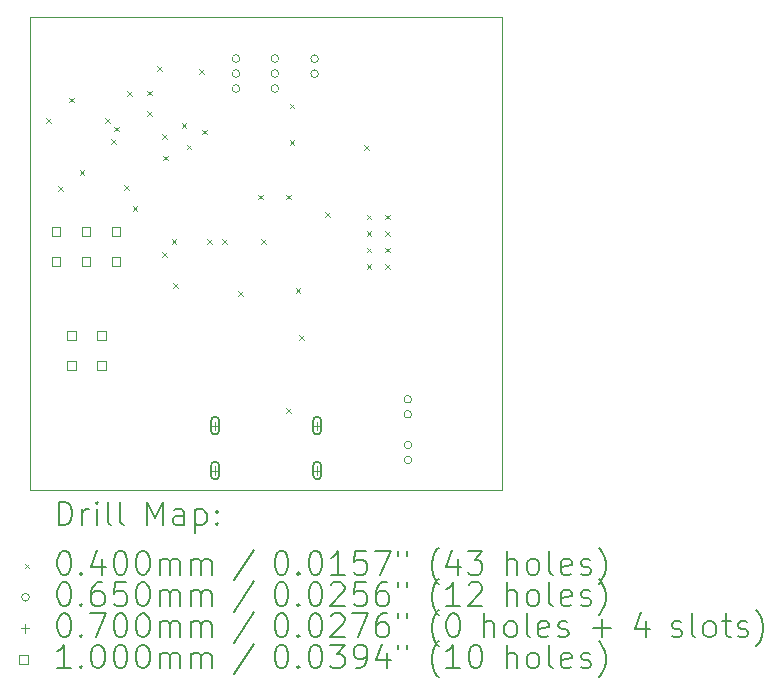
<source format=gbr>
%TF.GenerationSoftware,KiCad,Pcbnew,(7.0.0)*%
%TF.CreationDate,2024-02-01T10:08:02+02:00*%
%TF.ProjectId,FancyLight-V2,46616e63-794c-4696-9768-742d56322e6b,rev?*%
%TF.SameCoordinates,Original*%
%TF.FileFunction,Drillmap*%
%TF.FilePolarity,Positive*%
%FSLAX45Y45*%
G04 Gerber Fmt 4.5, Leading zero omitted, Abs format (unit mm)*
G04 Created by KiCad (PCBNEW (7.0.0)) date 2024-02-01 10:08:02*
%MOMM*%
%LPD*%
G01*
G04 APERTURE LIST*
%ADD10C,0.100000*%
%ADD11C,0.200000*%
%ADD12C,0.040000*%
%ADD13C,0.065000*%
%ADD14C,0.070000*%
G04 APERTURE END LIST*
D10*
X0Y0D02*
X4000000Y0D01*
X4000000Y0D02*
X4000000Y-4000000D01*
X4000000Y-4000000D02*
X0Y-4000000D01*
X0Y-4000000D02*
X0Y0D01*
D11*
D12*
X140000Y-850000D02*
X180000Y-890000D01*
X180000Y-850000D02*
X140000Y-890000D01*
X240000Y-1430000D02*
X280000Y-1470000D01*
X280000Y-1430000D02*
X240000Y-1470000D01*
X330000Y-680000D02*
X370000Y-720000D01*
X370000Y-680000D02*
X330000Y-720000D01*
X420000Y-1290000D02*
X460000Y-1330000D01*
X460000Y-1290000D02*
X420000Y-1330000D01*
X637500Y-852500D02*
X677500Y-892500D01*
X677500Y-852500D02*
X637500Y-892500D01*
X690000Y-1030000D02*
X730000Y-1070000D01*
X730000Y-1030000D02*
X690000Y-1070000D01*
X715000Y-925000D02*
X755000Y-965000D01*
X755000Y-925000D02*
X715000Y-965000D01*
X800000Y-1420000D02*
X840000Y-1460000D01*
X840000Y-1420000D02*
X800000Y-1460000D01*
X822500Y-622500D02*
X862500Y-662500D01*
X862500Y-622500D02*
X822500Y-662500D01*
X870000Y-1600000D02*
X910000Y-1640000D01*
X910000Y-1600000D02*
X870000Y-1640000D01*
X990000Y-620000D02*
X1030000Y-660000D01*
X1030000Y-620000D02*
X990000Y-660000D01*
X992500Y-792500D02*
X1032500Y-832500D01*
X1032500Y-792500D02*
X992500Y-832500D01*
X1080000Y-410000D02*
X1120000Y-450000D01*
X1120000Y-410000D02*
X1080000Y-450000D01*
X1120000Y-990000D02*
X1160000Y-1030000D01*
X1160000Y-990000D02*
X1120000Y-1030000D01*
X1120000Y-1990000D02*
X1160000Y-2030000D01*
X1160000Y-1990000D02*
X1120000Y-2030000D01*
X1130000Y-1170000D02*
X1170000Y-1210000D01*
X1170000Y-1170000D02*
X1130000Y-1210000D01*
X1200000Y-1880000D02*
X1240000Y-1920000D01*
X1240000Y-1880000D02*
X1200000Y-1920000D01*
X1210000Y-2250000D02*
X1250000Y-2290000D01*
X1250000Y-2250000D02*
X1210000Y-2290000D01*
X1285000Y-895000D02*
X1325000Y-935000D01*
X1325000Y-895000D02*
X1285000Y-935000D01*
X1326265Y-1076265D02*
X1366265Y-1116265D01*
X1366265Y-1076265D02*
X1326265Y-1116265D01*
X1430000Y-440000D02*
X1470000Y-480000D01*
X1470000Y-440000D02*
X1430000Y-480000D01*
X1460000Y-950000D02*
X1500000Y-990000D01*
X1500000Y-950000D02*
X1460000Y-990000D01*
X1500000Y-1880000D02*
X1540000Y-1920000D01*
X1540000Y-1880000D02*
X1500000Y-1920000D01*
X1630000Y-1880000D02*
X1670000Y-1920000D01*
X1670000Y-1880000D02*
X1630000Y-1920000D01*
X1760000Y-2320000D02*
X1800000Y-2360000D01*
X1800000Y-2320000D02*
X1760000Y-2360000D01*
X1930000Y-1500000D02*
X1970000Y-1540000D01*
X1970000Y-1500000D02*
X1930000Y-1540000D01*
X1960000Y-1880000D02*
X2000000Y-1920000D01*
X2000000Y-1880000D02*
X1960000Y-1920000D01*
X2170000Y-1500000D02*
X2210000Y-1540000D01*
X2210000Y-1500000D02*
X2170000Y-1540000D01*
X2170000Y-3310000D02*
X2210000Y-3350000D01*
X2210000Y-3310000D02*
X2170000Y-3350000D01*
X2200000Y-730000D02*
X2240000Y-770000D01*
X2240000Y-730000D02*
X2200000Y-770000D01*
X2200000Y-1040000D02*
X2240000Y-1080000D01*
X2240000Y-1040000D02*
X2200000Y-1080000D01*
X2250000Y-2290000D02*
X2290000Y-2330000D01*
X2290000Y-2290000D02*
X2250000Y-2330000D01*
X2280000Y-2690000D02*
X2320000Y-2730000D01*
X2320000Y-2690000D02*
X2280000Y-2730000D01*
X2500000Y-1650000D02*
X2540000Y-1690000D01*
X2540000Y-1650000D02*
X2500000Y-1690000D01*
X2830000Y-1080000D02*
X2870000Y-1120000D01*
X2870000Y-1080000D02*
X2830000Y-1120000D01*
X2850000Y-1670000D02*
X2890000Y-1710000D01*
X2890000Y-1670000D02*
X2850000Y-1710000D01*
X2850000Y-1810000D02*
X2890000Y-1850000D01*
X2890000Y-1810000D02*
X2850000Y-1850000D01*
X2850000Y-1950000D02*
X2890000Y-1990000D01*
X2890000Y-1950000D02*
X2850000Y-1990000D01*
X2850000Y-2090000D02*
X2890000Y-2130000D01*
X2890000Y-2090000D02*
X2850000Y-2130000D01*
X3010000Y-1670000D02*
X3050000Y-1710000D01*
X3050000Y-1670000D02*
X3010000Y-1710000D01*
X3010000Y-1810000D02*
X3050000Y-1850000D01*
X3050000Y-1810000D02*
X3010000Y-1850000D01*
X3010000Y-1950000D02*
X3050000Y-1990000D01*
X3050000Y-1950000D02*
X3010000Y-1990000D01*
X3010000Y-2090000D02*
X3050000Y-2130000D01*
X3050000Y-2090000D02*
X3010000Y-2130000D01*
D13*
X1777500Y-348000D02*
G75*
G03*
X1777500Y-348000I-32500J0D01*
G01*
X1777500Y-475000D02*
G75*
G03*
X1777500Y-475000I-32500J0D01*
G01*
X1777500Y-602000D02*
G75*
G03*
X1777500Y-602000I-32500J0D01*
G01*
X2107500Y-348000D02*
G75*
G03*
X2107500Y-348000I-32500J0D01*
G01*
X2107500Y-475000D02*
G75*
G03*
X2107500Y-475000I-32500J0D01*
G01*
X2107500Y-602000D02*
G75*
G03*
X2107500Y-602000I-32500J0D01*
G01*
X2442500Y-350000D02*
G75*
G03*
X2442500Y-350000I-32500J0D01*
G01*
X2442500Y-477000D02*
G75*
G03*
X2442500Y-477000I-32500J0D01*
G01*
X3232500Y-3233000D02*
G75*
G03*
X3232500Y-3233000I-32500J0D01*
G01*
X3232500Y-3360000D02*
G75*
G03*
X3232500Y-3360000I-32500J0D01*
G01*
X3232500Y-3620000D02*
G75*
G03*
X3232500Y-3620000I-32500J0D01*
G01*
X3232500Y-3747000D02*
G75*
G03*
X3232500Y-3747000I-32500J0D01*
G01*
D14*
X1568000Y-3421200D02*
X1568000Y-3491200D01*
X1533000Y-3456200D02*
X1603000Y-3456200D01*
D11*
X1533000Y-3416200D02*
X1533000Y-3496200D01*
X1533000Y-3496200D02*
G75*
G03*
X1603000Y-3496200I35000J0D01*
G01*
X1603000Y-3496200D02*
X1603000Y-3416200D01*
X1603000Y-3416200D02*
G75*
G03*
X1533000Y-3416200I-35000J0D01*
G01*
D14*
X1568000Y-3801300D02*
X1568000Y-3871300D01*
X1533000Y-3836300D02*
X1603000Y-3836300D01*
D11*
X1533000Y-3796300D02*
X1533000Y-3876300D01*
X1533000Y-3876300D02*
G75*
G03*
X1603000Y-3876300I35000J0D01*
G01*
X1603000Y-3876300D02*
X1603000Y-3796300D01*
X1603000Y-3796300D02*
G75*
G03*
X1533000Y-3796300I-35000J0D01*
G01*
D14*
X2432000Y-3421200D02*
X2432000Y-3491200D01*
X2397000Y-3456200D02*
X2467000Y-3456200D01*
D11*
X2397000Y-3416200D02*
X2397000Y-3496200D01*
X2397000Y-3496200D02*
G75*
G03*
X2467000Y-3496200I35000J0D01*
G01*
X2467000Y-3496200D02*
X2467000Y-3416200D01*
X2467000Y-3416200D02*
G75*
G03*
X2397000Y-3416200I-35000J0D01*
G01*
D14*
X2432000Y-3801300D02*
X2432000Y-3871300D01*
X2397000Y-3836300D02*
X2467000Y-3836300D01*
D11*
X2397000Y-3796300D02*
X2397000Y-3876300D01*
X2397000Y-3876300D02*
G75*
G03*
X2467000Y-3876300I35000J0D01*
G01*
X2467000Y-3876300D02*
X2467000Y-3796300D01*
X2467000Y-3796300D02*
G75*
G03*
X2397000Y-3796300I-35000J0D01*
G01*
D10*
X257356Y-1847856D02*
X257356Y-1777144D01*
X186644Y-1777144D01*
X186644Y-1847856D01*
X257356Y-1847856D01*
X257356Y-2101856D02*
X257356Y-2031144D01*
X186644Y-2031144D01*
X186644Y-2101856D01*
X257356Y-2101856D01*
X386356Y-2727856D02*
X386356Y-2657144D01*
X315644Y-2657144D01*
X315644Y-2727856D01*
X386356Y-2727856D01*
X386356Y-2981856D02*
X386356Y-2911144D01*
X315644Y-2911144D01*
X315644Y-2981856D01*
X386356Y-2981856D01*
X511356Y-1847856D02*
X511356Y-1777144D01*
X440644Y-1777144D01*
X440644Y-1847856D01*
X511356Y-1847856D01*
X511356Y-2101856D02*
X511356Y-2031144D01*
X440644Y-2031144D01*
X440644Y-2101856D01*
X511356Y-2101856D01*
X640356Y-2727856D02*
X640356Y-2657144D01*
X569644Y-2657144D01*
X569644Y-2727856D01*
X640356Y-2727856D01*
X640356Y-2981856D02*
X640356Y-2911144D01*
X569644Y-2911144D01*
X569644Y-2981856D01*
X640356Y-2981856D01*
X765356Y-1847856D02*
X765356Y-1777144D01*
X694644Y-1777144D01*
X694644Y-1847856D01*
X765356Y-1847856D01*
X765356Y-2101856D02*
X765356Y-2031144D01*
X694644Y-2031144D01*
X694644Y-2101856D01*
X765356Y-2101856D01*
D11*
X242619Y-4298476D02*
X242619Y-4098476D01*
X242619Y-4098476D02*
X290238Y-4098476D01*
X290238Y-4098476D02*
X318810Y-4108000D01*
X318810Y-4108000D02*
X337857Y-4127048D01*
X337857Y-4127048D02*
X347381Y-4146095D01*
X347381Y-4146095D02*
X356905Y-4184190D01*
X356905Y-4184190D02*
X356905Y-4212762D01*
X356905Y-4212762D02*
X347381Y-4250857D01*
X347381Y-4250857D02*
X337857Y-4269905D01*
X337857Y-4269905D02*
X318810Y-4288952D01*
X318810Y-4288952D02*
X290238Y-4298476D01*
X290238Y-4298476D02*
X242619Y-4298476D01*
X442619Y-4298476D02*
X442619Y-4165143D01*
X442619Y-4203238D02*
X452143Y-4184190D01*
X452143Y-4184190D02*
X461667Y-4174667D01*
X461667Y-4174667D02*
X480714Y-4165143D01*
X480714Y-4165143D02*
X499762Y-4165143D01*
X566429Y-4298476D02*
X566429Y-4165143D01*
X566429Y-4098476D02*
X556905Y-4108000D01*
X556905Y-4108000D02*
X566429Y-4117524D01*
X566429Y-4117524D02*
X575952Y-4108000D01*
X575952Y-4108000D02*
X566429Y-4098476D01*
X566429Y-4098476D02*
X566429Y-4117524D01*
X690238Y-4298476D02*
X671190Y-4288952D01*
X671190Y-4288952D02*
X661667Y-4269905D01*
X661667Y-4269905D02*
X661667Y-4098476D01*
X795000Y-4298476D02*
X775952Y-4288952D01*
X775952Y-4288952D02*
X766428Y-4269905D01*
X766428Y-4269905D02*
X766428Y-4098476D01*
X991190Y-4298476D02*
X991190Y-4098476D01*
X991190Y-4098476D02*
X1057857Y-4241333D01*
X1057857Y-4241333D02*
X1124524Y-4098476D01*
X1124524Y-4098476D02*
X1124524Y-4298476D01*
X1305476Y-4298476D02*
X1305476Y-4193714D01*
X1305476Y-4193714D02*
X1295952Y-4174667D01*
X1295952Y-4174667D02*
X1276905Y-4165143D01*
X1276905Y-4165143D02*
X1238809Y-4165143D01*
X1238809Y-4165143D02*
X1219762Y-4174667D01*
X1305476Y-4288952D02*
X1286429Y-4298476D01*
X1286429Y-4298476D02*
X1238809Y-4298476D01*
X1238809Y-4298476D02*
X1219762Y-4288952D01*
X1219762Y-4288952D02*
X1210238Y-4269905D01*
X1210238Y-4269905D02*
X1210238Y-4250857D01*
X1210238Y-4250857D02*
X1219762Y-4231810D01*
X1219762Y-4231810D02*
X1238809Y-4222286D01*
X1238809Y-4222286D02*
X1286429Y-4222286D01*
X1286429Y-4222286D02*
X1305476Y-4212762D01*
X1400714Y-4165143D02*
X1400714Y-4365143D01*
X1400714Y-4174667D02*
X1419762Y-4165143D01*
X1419762Y-4165143D02*
X1457857Y-4165143D01*
X1457857Y-4165143D02*
X1476905Y-4174667D01*
X1476905Y-4174667D02*
X1486428Y-4184190D01*
X1486428Y-4184190D02*
X1495952Y-4203238D01*
X1495952Y-4203238D02*
X1495952Y-4260381D01*
X1495952Y-4260381D02*
X1486428Y-4279429D01*
X1486428Y-4279429D02*
X1476905Y-4288952D01*
X1476905Y-4288952D02*
X1457857Y-4298476D01*
X1457857Y-4298476D02*
X1419762Y-4298476D01*
X1419762Y-4298476D02*
X1400714Y-4288952D01*
X1581667Y-4279429D02*
X1591190Y-4288952D01*
X1591190Y-4288952D02*
X1581667Y-4298476D01*
X1581667Y-4298476D02*
X1572143Y-4288952D01*
X1572143Y-4288952D02*
X1581667Y-4279429D01*
X1581667Y-4279429D02*
X1581667Y-4298476D01*
X1581667Y-4174667D02*
X1591190Y-4184190D01*
X1591190Y-4184190D02*
X1581667Y-4193714D01*
X1581667Y-4193714D02*
X1572143Y-4184190D01*
X1572143Y-4184190D02*
X1581667Y-4174667D01*
X1581667Y-4174667D02*
X1581667Y-4193714D01*
D12*
X-45000Y-4625000D02*
X-5000Y-4665000D01*
X-5000Y-4625000D02*
X-45000Y-4665000D01*
D11*
X280714Y-4518476D02*
X299762Y-4518476D01*
X299762Y-4518476D02*
X318810Y-4528000D01*
X318810Y-4528000D02*
X328333Y-4537524D01*
X328333Y-4537524D02*
X337857Y-4556571D01*
X337857Y-4556571D02*
X347381Y-4594667D01*
X347381Y-4594667D02*
X347381Y-4642286D01*
X347381Y-4642286D02*
X337857Y-4680381D01*
X337857Y-4680381D02*
X328333Y-4699429D01*
X328333Y-4699429D02*
X318810Y-4708952D01*
X318810Y-4708952D02*
X299762Y-4718476D01*
X299762Y-4718476D02*
X280714Y-4718476D01*
X280714Y-4718476D02*
X261667Y-4708952D01*
X261667Y-4708952D02*
X252143Y-4699429D01*
X252143Y-4699429D02*
X242619Y-4680381D01*
X242619Y-4680381D02*
X233095Y-4642286D01*
X233095Y-4642286D02*
X233095Y-4594667D01*
X233095Y-4594667D02*
X242619Y-4556571D01*
X242619Y-4556571D02*
X252143Y-4537524D01*
X252143Y-4537524D02*
X261667Y-4528000D01*
X261667Y-4528000D02*
X280714Y-4518476D01*
X433095Y-4699429D02*
X442619Y-4708952D01*
X442619Y-4708952D02*
X433095Y-4718476D01*
X433095Y-4718476D02*
X423571Y-4708952D01*
X423571Y-4708952D02*
X433095Y-4699429D01*
X433095Y-4699429D02*
X433095Y-4718476D01*
X614048Y-4585143D02*
X614048Y-4718476D01*
X566429Y-4508952D02*
X518809Y-4651810D01*
X518809Y-4651810D02*
X642619Y-4651810D01*
X756905Y-4518476D02*
X775952Y-4518476D01*
X775952Y-4518476D02*
X795000Y-4528000D01*
X795000Y-4528000D02*
X804524Y-4537524D01*
X804524Y-4537524D02*
X814048Y-4556571D01*
X814048Y-4556571D02*
X823571Y-4594667D01*
X823571Y-4594667D02*
X823571Y-4642286D01*
X823571Y-4642286D02*
X814048Y-4680381D01*
X814048Y-4680381D02*
X804524Y-4699429D01*
X804524Y-4699429D02*
X795000Y-4708952D01*
X795000Y-4708952D02*
X775952Y-4718476D01*
X775952Y-4718476D02*
X756905Y-4718476D01*
X756905Y-4718476D02*
X737857Y-4708952D01*
X737857Y-4708952D02*
X728333Y-4699429D01*
X728333Y-4699429D02*
X718809Y-4680381D01*
X718809Y-4680381D02*
X709286Y-4642286D01*
X709286Y-4642286D02*
X709286Y-4594667D01*
X709286Y-4594667D02*
X718809Y-4556571D01*
X718809Y-4556571D02*
X728333Y-4537524D01*
X728333Y-4537524D02*
X737857Y-4528000D01*
X737857Y-4528000D02*
X756905Y-4518476D01*
X947381Y-4518476D02*
X966429Y-4518476D01*
X966429Y-4518476D02*
X985476Y-4528000D01*
X985476Y-4528000D02*
X995000Y-4537524D01*
X995000Y-4537524D02*
X1004524Y-4556571D01*
X1004524Y-4556571D02*
X1014048Y-4594667D01*
X1014048Y-4594667D02*
X1014048Y-4642286D01*
X1014048Y-4642286D02*
X1004524Y-4680381D01*
X1004524Y-4680381D02*
X995000Y-4699429D01*
X995000Y-4699429D02*
X985476Y-4708952D01*
X985476Y-4708952D02*
X966429Y-4718476D01*
X966429Y-4718476D02*
X947381Y-4718476D01*
X947381Y-4718476D02*
X928333Y-4708952D01*
X928333Y-4708952D02*
X918809Y-4699429D01*
X918809Y-4699429D02*
X909286Y-4680381D01*
X909286Y-4680381D02*
X899762Y-4642286D01*
X899762Y-4642286D02*
X899762Y-4594667D01*
X899762Y-4594667D02*
X909286Y-4556571D01*
X909286Y-4556571D02*
X918809Y-4537524D01*
X918809Y-4537524D02*
X928333Y-4528000D01*
X928333Y-4528000D02*
X947381Y-4518476D01*
X1099762Y-4718476D02*
X1099762Y-4585143D01*
X1099762Y-4604190D02*
X1109286Y-4594667D01*
X1109286Y-4594667D02*
X1128333Y-4585143D01*
X1128333Y-4585143D02*
X1156905Y-4585143D01*
X1156905Y-4585143D02*
X1175952Y-4594667D01*
X1175952Y-4594667D02*
X1185476Y-4613714D01*
X1185476Y-4613714D02*
X1185476Y-4718476D01*
X1185476Y-4613714D02*
X1195000Y-4594667D01*
X1195000Y-4594667D02*
X1214048Y-4585143D01*
X1214048Y-4585143D02*
X1242619Y-4585143D01*
X1242619Y-4585143D02*
X1261667Y-4594667D01*
X1261667Y-4594667D02*
X1271191Y-4613714D01*
X1271191Y-4613714D02*
X1271191Y-4718476D01*
X1366429Y-4718476D02*
X1366429Y-4585143D01*
X1366429Y-4604190D02*
X1375952Y-4594667D01*
X1375952Y-4594667D02*
X1395000Y-4585143D01*
X1395000Y-4585143D02*
X1423571Y-4585143D01*
X1423571Y-4585143D02*
X1442619Y-4594667D01*
X1442619Y-4594667D02*
X1452143Y-4613714D01*
X1452143Y-4613714D02*
X1452143Y-4718476D01*
X1452143Y-4613714D02*
X1461667Y-4594667D01*
X1461667Y-4594667D02*
X1480714Y-4585143D01*
X1480714Y-4585143D02*
X1509286Y-4585143D01*
X1509286Y-4585143D02*
X1528333Y-4594667D01*
X1528333Y-4594667D02*
X1537857Y-4613714D01*
X1537857Y-4613714D02*
X1537857Y-4718476D01*
X1895952Y-4508952D02*
X1724524Y-4766095D01*
X2120714Y-4518476D02*
X2139762Y-4518476D01*
X2139762Y-4518476D02*
X2158810Y-4528000D01*
X2158810Y-4528000D02*
X2168333Y-4537524D01*
X2168333Y-4537524D02*
X2177857Y-4556571D01*
X2177857Y-4556571D02*
X2187381Y-4594667D01*
X2187381Y-4594667D02*
X2187381Y-4642286D01*
X2187381Y-4642286D02*
X2177857Y-4680381D01*
X2177857Y-4680381D02*
X2168333Y-4699429D01*
X2168333Y-4699429D02*
X2158810Y-4708952D01*
X2158810Y-4708952D02*
X2139762Y-4718476D01*
X2139762Y-4718476D02*
X2120714Y-4718476D01*
X2120714Y-4718476D02*
X2101667Y-4708952D01*
X2101667Y-4708952D02*
X2092143Y-4699429D01*
X2092143Y-4699429D02*
X2082619Y-4680381D01*
X2082619Y-4680381D02*
X2073095Y-4642286D01*
X2073095Y-4642286D02*
X2073095Y-4594667D01*
X2073095Y-4594667D02*
X2082619Y-4556571D01*
X2082619Y-4556571D02*
X2092143Y-4537524D01*
X2092143Y-4537524D02*
X2101667Y-4528000D01*
X2101667Y-4528000D02*
X2120714Y-4518476D01*
X2273095Y-4699429D02*
X2282619Y-4708952D01*
X2282619Y-4708952D02*
X2273095Y-4718476D01*
X2273095Y-4718476D02*
X2263572Y-4708952D01*
X2263572Y-4708952D02*
X2273095Y-4699429D01*
X2273095Y-4699429D02*
X2273095Y-4718476D01*
X2406429Y-4518476D02*
X2425476Y-4518476D01*
X2425476Y-4518476D02*
X2444524Y-4528000D01*
X2444524Y-4528000D02*
X2454048Y-4537524D01*
X2454048Y-4537524D02*
X2463572Y-4556571D01*
X2463572Y-4556571D02*
X2473095Y-4594667D01*
X2473095Y-4594667D02*
X2473095Y-4642286D01*
X2473095Y-4642286D02*
X2463572Y-4680381D01*
X2463572Y-4680381D02*
X2454048Y-4699429D01*
X2454048Y-4699429D02*
X2444524Y-4708952D01*
X2444524Y-4708952D02*
X2425476Y-4718476D01*
X2425476Y-4718476D02*
X2406429Y-4718476D01*
X2406429Y-4718476D02*
X2387381Y-4708952D01*
X2387381Y-4708952D02*
X2377857Y-4699429D01*
X2377857Y-4699429D02*
X2368333Y-4680381D01*
X2368333Y-4680381D02*
X2358810Y-4642286D01*
X2358810Y-4642286D02*
X2358810Y-4594667D01*
X2358810Y-4594667D02*
X2368333Y-4556571D01*
X2368333Y-4556571D02*
X2377857Y-4537524D01*
X2377857Y-4537524D02*
X2387381Y-4528000D01*
X2387381Y-4528000D02*
X2406429Y-4518476D01*
X2663572Y-4718476D02*
X2549286Y-4718476D01*
X2606429Y-4718476D02*
X2606429Y-4518476D01*
X2606429Y-4518476D02*
X2587381Y-4547048D01*
X2587381Y-4547048D02*
X2568333Y-4566095D01*
X2568333Y-4566095D02*
X2549286Y-4575619D01*
X2844524Y-4518476D02*
X2749286Y-4518476D01*
X2749286Y-4518476D02*
X2739762Y-4613714D01*
X2739762Y-4613714D02*
X2749286Y-4604190D01*
X2749286Y-4604190D02*
X2768333Y-4594667D01*
X2768333Y-4594667D02*
X2815952Y-4594667D01*
X2815952Y-4594667D02*
X2835000Y-4604190D01*
X2835000Y-4604190D02*
X2844524Y-4613714D01*
X2844524Y-4613714D02*
X2854048Y-4632762D01*
X2854048Y-4632762D02*
X2854048Y-4680381D01*
X2854048Y-4680381D02*
X2844524Y-4699429D01*
X2844524Y-4699429D02*
X2835000Y-4708952D01*
X2835000Y-4708952D02*
X2815952Y-4718476D01*
X2815952Y-4718476D02*
X2768333Y-4718476D01*
X2768333Y-4718476D02*
X2749286Y-4708952D01*
X2749286Y-4708952D02*
X2739762Y-4699429D01*
X2920714Y-4518476D02*
X3054048Y-4518476D01*
X3054048Y-4518476D02*
X2968333Y-4718476D01*
X3120714Y-4518476D02*
X3120714Y-4556571D01*
X3196905Y-4518476D02*
X3196905Y-4556571D01*
X3459762Y-4794667D02*
X3450238Y-4785143D01*
X3450238Y-4785143D02*
X3431191Y-4756571D01*
X3431191Y-4756571D02*
X3421667Y-4737524D01*
X3421667Y-4737524D02*
X3412143Y-4708952D01*
X3412143Y-4708952D02*
X3402619Y-4661333D01*
X3402619Y-4661333D02*
X3402619Y-4623238D01*
X3402619Y-4623238D02*
X3412143Y-4575619D01*
X3412143Y-4575619D02*
X3421667Y-4547048D01*
X3421667Y-4547048D02*
X3431191Y-4528000D01*
X3431191Y-4528000D02*
X3450238Y-4499429D01*
X3450238Y-4499429D02*
X3459762Y-4489905D01*
X3621667Y-4585143D02*
X3621667Y-4718476D01*
X3574048Y-4508952D02*
X3526429Y-4651810D01*
X3526429Y-4651810D02*
X3650238Y-4651810D01*
X3707381Y-4518476D02*
X3831191Y-4518476D01*
X3831191Y-4518476D02*
X3764524Y-4594667D01*
X3764524Y-4594667D02*
X3793095Y-4594667D01*
X3793095Y-4594667D02*
X3812143Y-4604190D01*
X3812143Y-4604190D02*
X3821667Y-4613714D01*
X3821667Y-4613714D02*
X3831191Y-4632762D01*
X3831191Y-4632762D02*
X3831191Y-4680381D01*
X3831191Y-4680381D02*
X3821667Y-4699429D01*
X3821667Y-4699429D02*
X3812143Y-4708952D01*
X3812143Y-4708952D02*
X3793095Y-4718476D01*
X3793095Y-4718476D02*
X3735952Y-4718476D01*
X3735952Y-4718476D02*
X3716905Y-4708952D01*
X3716905Y-4708952D02*
X3707381Y-4699429D01*
X4036905Y-4718476D02*
X4036905Y-4518476D01*
X4122619Y-4718476D02*
X4122619Y-4613714D01*
X4122619Y-4613714D02*
X4113095Y-4594667D01*
X4113095Y-4594667D02*
X4094048Y-4585143D01*
X4094048Y-4585143D02*
X4065476Y-4585143D01*
X4065476Y-4585143D02*
X4046429Y-4594667D01*
X4046429Y-4594667D02*
X4036905Y-4604190D01*
X4246429Y-4718476D02*
X4227381Y-4708952D01*
X4227381Y-4708952D02*
X4217857Y-4699429D01*
X4217857Y-4699429D02*
X4208334Y-4680381D01*
X4208334Y-4680381D02*
X4208334Y-4623238D01*
X4208334Y-4623238D02*
X4217857Y-4604190D01*
X4217857Y-4604190D02*
X4227381Y-4594667D01*
X4227381Y-4594667D02*
X4246429Y-4585143D01*
X4246429Y-4585143D02*
X4275000Y-4585143D01*
X4275000Y-4585143D02*
X4294048Y-4594667D01*
X4294048Y-4594667D02*
X4303572Y-4604190D01*
X4303572Y-4604190D02*
X4313095Y-4623238D01*
X4313095Y-4623238D02*
X4313095Y-4680381D01*
X4313095Y-4680381D02*
X4303572Y-4699429D01*
X4303572Y-4699429D02*
X4294048Y-4708952D01*
X4294048Y-4708952D02*
X4275000Y-4718476D01*
X4275000Y-4718476D02*
X4246429Y-4718476D01*
X4427381Y-4718476D02*
X4408334Y-4708952D01*
X4408334Y-4708952D02*
X4398810Y-4689905D01*
X4398810Y-4689905D02*
X4398810Y-4518476D01*
X4579762Y-4708952D02*
X4560715Y-4718476D01*
X4560715Y-4718476D02*
X4522619Y-4718476D01*
X4522619Y-4718476D02*
X4503572Y-4708952D01*
X4503572Y-4708952D02*
X4494048Y-4689905D01*
X4494048Y-4689905D02*
X4494048Y-4613714D01*
X4494048Y-4613714D02*
X4503572Y-4594667D01*
X4503572Y-4594667D02*
X4522619Y-4585143D01*
X4522619Y-4585143D02*
X4560715Y-4585143D01*
X4560715Y-4585143D02*
X4579762Y-4594667D01*
X4579762Y-4594667D02*
X4589286Y-4613714D01*
X4589286Y-4613714D02*
X4589286Y-4632762D01*
X4589286Y-4632762D02*
X4494048Y-4651810D01*
X4665476Y-4708952D02*
X4684524Y-4718476D01*
X4684524Y-4718476D02*
X4722619Y-4718476D01*
X4722619Y-4718476D02*
X4741667Y-4708952D01*
X4741667Y-4708952D02*
X4751191Y-4689905D01*
X4751191Y-4689905D02*
X4751191Y-4680381D01*
X4751191Y-4680381D02*
X4741667Y-4661333D01*
X4741667Y-4661333D02*
X4722619Y-4651810D01*
X4722619Y-4651810D02*
X4694048Y-4651810D01*
X4694048Y-4651810D02*
X4675000Y-4642286D01*
X4675000Y-4642286D02*
X4665476Y-4623238D01*
X4665476Y-4623238D02*
X4665476Y-4613714D01*
X4665476Y-4613714D02*
X4675000Y-4594667D01*
X4675000Y-4594667D02*
X4694048Y-4585143D01*
X4694048Y-4585143D02*
X4722619Y-4585143D01*
X4722619Y-4585143D02*
X4741667Y-4594667D01*
X4817857Y-4794667D02*
X4827381Y-4785143D01*
X4827381Y-4785143D02*
X4846429Y-4756571D01*
X4846429Y-4756571D02*
X4855953Y-4737524D01*
X4855953Y-4737524D02*
X4865476Y-4708952D01*
X4865476Y-4708952D02*
X4875000Y-4661333D01*
X4875000Y-4661333D02*
X4875000Y-4623238D01*
X4875000Y-4623238D02*
X4865476Y-4575619D01*
X4865476Y-4575619D02*
X4855953Y-4547048D01*
X4855953Y-4547048D02*
X4846429Y-4528000D01*
X4846429Y-4528000D02*
X4827381Y-4499429D01*
X4827381Y-4499429D02*
X4817857Y-4489905D01*
D13*
X-5000Y-4909000D02*
G75*
G03*
X-5000Y-4909000I-32500J0D01*
G01*
D11*
X280714Y-4782476D02*
X299762Y-4782476D01*
X299762Y-4782476D02*
X318810Y-4792000D01*
X318810Y-4792000D02*
X328333Y-4801524D01*
X328333Y-4801524D02*
X337857Y-4820571D01*
X337857Y-4820571D02*
X347381Y-4858667D01*
X347381Y-4858667D02*
X347381Y-4906286D01*
X347381Y-4906286D02*
X337857Y-4944381D01*
X337857Y-4944381D02*
X328333Y-4963429D01*
X328333Y-4963429D02*
X318810Y-4972952D01*
X318810Y-4972952D02*
X299762Y-4982476D01*
X299762Y-4982476D02*
X280714Y-4982476D01*
X280714Y-4982476D02*
X261667Y-4972952D01*
X261667Y-4972952D02*
X252143Y-4963429D01*
X252143Y-4963429D02*
X242619Y-4944381D01*
X242619Y-4944381D02*
X233095Y-4906286D01*
X233095Y-4906286D02*
X233095Y-4858667D01*
X233095Y-4858667D02*
X242619Y-4820571D01*
X242619Y-4820571D02*
X252143Y-4801524D01*
X252143Y-4801524D02*
X261667Y-4792000D01*
X261667Y-4792000D02*
X280714Y-4782476D01*
X433095Y-4963429D02*
X442619Y-4972952D01*
X442619Y-4972952D02*
X433095Y-4982476D01*
X433095Y-4982476D02*
X423571Y-4972952D01*
X423571Y-4972952D02*
X433095Y-4963429D01*
X433095Y-4963429D02*
X433095Y-4982476D01*
X614048Y-4782476D02*
X575952Y-4782476D01*
X575952Y-4782476D02*
X556905Y-4792000D01*
X556905Y-4792000D02*
X547381Y-4801524D01*
X547381Y-4801524D02*
X528333Y-4830095D01*
X528333Y-4830095D02*
X518809Y-4868190D01*
X518809Y-4868190D02*
X518809Y-4944381D01*
X518809Y-4944381D02*
X528333Y-4963429D01*
X528333Y-4963429D02*
X537857Y-4972952D01*
X537857Y-4972952D02*
X556905Y-4982476D01*
X556905Y-4982476D02*
X595000Y-4982476D01*
X595000Y-4982476D02*
X614048Y-4972952D01*
X614048Y-4972952D02*
X623571Y-4963429D01*
X623571Y-4963429D02*
X633095Y-4944381D01*
X633095Y-4944381D02*
X633095Y-4896762D01*
X633095Y-4896762D02*
X623571Y-4877714D01*
X623571Y-4877714D02*
X614048Y-4868190D01*
X614048Y-4868190D02*
X595000Y-4858667D01*
X595000Y-4858667D02*
X556905Y-4858667D01*
X556905Y-4858667D02*
X537857Y-4868190D01*
X537857Y-4868190D02*
X528333Y-4877714D01*
X528333Y-4877714D02*
X518809Y-4896762D01*
X814048Y-4782476D02*
X718809Y-4782476D01*
X718809Y-4782476D02*
X709286Y-4877714D01*
X709286Y-4877714D02*
X718809Y-4868190D01*
X718809Y-4868190D02*
X737857Y-4858667D01*
X737857Y-4858667D02*
X785476Y-4858667D01*
X785476Y-4858667D02*
X804524Y-4868190D01*
X804524Y-4868190D02*
X814048Y-4877714D01*
X814048Y-4877714D02*
X823571Y-4896762D01*
X823571Y-4896762D02*
X823571Y-4944381D01*
X823571Y-4944381D02*
X814048Y-4963429D01*
X814048Y-4963429D02*
X804524Y-4972952D01*
X804524Y-4972952D02*
X785476Y-4982476D01*
X785476Y-4982476D02*
X737857Y-4982476D01*
X737857Y-4982476D02*
X718809Y-4972952D01*
X718809Y-4972952D02*
X709286Y-4963429D01*
X947381Y-4782476D02*
X966429Y-4782476D01*
X966429Y-4782476D02*
X985476Y-4792000D01*
X985476Y-4792000D02*
X995000Y-4801524D01*
X995000Y-4801524D02*
X1004524Y-4820571D01*
X1004524Y-4820571D02*
X1014048Y-4858667D01*
X1014048Y-4858667D02*
X1014048Y-4906286D01*
X1014048Y-4906286D02*
X1004524Y-4944381D01*
X1004524Y-4944381D02*
X995000Y-4963429D01*
X995000Y-4963429D02*
X985476Y-4972952D01*
X985476Y-4972952D02*
X966429Y-4982476D01*
X966429Y-4982476D02*
X947381Y-4982476D01*
X947381Y-4982476D02*
X928333Y-4972952D01*
X928333Y-4972952D02*
X918809Y-4963429D01*
X918809Y-4963429D02*
X909286Y-4944381D01*
X909286Y-4944381D02*
X899762Y-4906286D01*
X899762Y-4906286D02*
X899762Y-4858667D01*
X899762Y-4858667D02*
X909286Y-4820571D01*
X909286Y-4820571D02*
X918809Y-4801524D01*
X918809Y-4801524D02*
X928333Y-4792000D01*
X928333Y-4792000D02*
X947381Y-4782476D01*
X1099762Y-4982476D02*
X1099762Y-4849143D01*
X1099762Y-4868190D02*
X1109286Y-4858667D01*
X1109286Y-4858667D02*
X1128333Y-4849143D01*
X1128333Y-4849143D02*
X1156905Y-4849143D01*
X1156905Y-4849143D02*
X1175952Y-4858667D01*
X1175952Y-4858667D02*
X1185476Y-4877714D01*
X1185476Y-4877714D02*
X1185476Y-4982476D01*
X1185476Y-4877714D02*
X1195000Y-4858667D01*
X1195000Y-4858667D02*
X1214048Y-4849143D01*
X1214048Y-4849143D02*
X1242619Y-4849143D01*
X1242619Y-4849143D02*
X1261667Y-4858667D01*
X1261667Y-4858667D02*
X1271191Y-4877714D01*
X1271191Y-4877714D02*
X1271191Y-4982476D01*
X1366429Y-4982476D02*
X1366429Y-4849143D01*
X1366429Y-4868190D02*
X1375952Y-4858667D01*
X1375952Y-4858667D02*
X1395000Y-4849143D01*
X1395000Y-4849143D02*
X1423571Y-4849143D01*
X1423571Y-4849143D02*
X1442619Y-4858667D01*
X1442619Y-4858667D02*
X1452143Y-4877714D01*
X1452143Y-4877714D02*
X1452143Y-4982476D01*
X1452143Y-4877714D02*
X1461667Y-4858667D01*
X1461667Y-4858667D02*
X1480714Y-4849143D01*
X1480714Y-4849143D02*
X1509286Y-4849143D01*
X1509286Y-4849143D02*
X1528333Y-4858667D01*
X1528333Y-4858667D02*
X1537857Y-4877714D01*
X1537857Y-4877714D02*
X1537857Y-4982476D01*
X1895952Y-4772952D02*
X1724524Y-5030095D01*
X2120714Y-4782476D02*
X2139762Y-4782476D01*
X2139762Y-4782476D02*
X2158810Y-4792000D01*
X2158810Y-4792000D02*
X2168333Y-4801524D01*
X2168333Y-4801524D02*
X2177857Y-4820571D01*
X2177857Y-4820571D02*
X2187381Y-4858667D01*
X2187381Y-4858667D02*
X2187381Y-4906286D01*
X2187381Y-4906286D02*
X2177857Y-4944381D01*
X2177857Y-4944381D02*
X2168333Y-4963429D01*
X2168333Y-4963429D02*
X2158810Y-4972952D01*
X2158810Y-4972952D02*
X2139762Y-4982476D01*
X2139762Y-4982476D02*
X2120714Y-4982476D01*
X2120714Y-4982476D02*
X2101667Y-4972952D01*
X2101667Y-4972952D02*
X2092143Y-4963429D01*
X2092143Y-4963429D02*
X2082619Y-4944381D01*
X2082619Y-4944381D02*
X2073095Y-4906286D01*
X2073095Y-4906286D02*
X2073095Y-4858667D01*
X2073095Y-4858667D02*
X2082619Y-4820571D01*
X2082619Y-4820571D02*
X2092143Y-4801524D01*
X2092143Y-4801524D02*
X2101667Y-4792000D01*
X2101667Y-4792000D02*
X2120714Y-4782476D01*
X2273095Y-4963429D02*
X2282619Y-4972952D01*
X2282619Y-4972952D02*
X2273095Y-4982476D01*
X2273095Y-4982476D02*
X2263572Y-4972952D01*
X2263572Y-4972952D02*
X2273095Y-4963429D01*
X2273095Y-4963429D02*
X2273095Y-4982476D01*
X2406429Y-4782476D02*
X2425476Y-4782476D01*
X2425476Y-4782476D02*
X2444524Y-4792000D01*
X2444524Y-4792000D02*
X2454048Y-4801524D01*
X2454048Y-4801524D02*
X2463572Y-4820571D01*
X2463572Y-4820571D02*
X2473095Y-4858667D01*
X2473095Y-4858667D02*
X2473095Y-4906286D01*
X2473095Y-4906286D02*
X2463572Y-4944381D01*
X2463572Y-4944381D02*
X2454048Y-4963429D01*
X2454048Y-4963429D02*
X2444524Y-4972952D01*
X2444524Y-4972952D02*
X2425476Y-4982476D01*
X2425476Y-4982476D02*
X2406429Y-4982476D01*
X2406429Y-4982476D02*
X2387381Y-4972952D01*
X2387381Y-4972952D02*
X2377857Y-4963429D01*
X2377857Y-4963429D02*
X2368333Y-4944381D01*
X2368333Y-4944381D02*
X2358810Y-4906286D01*
X2358810Y-4906286D02*
X2358810Y-4858667D01*
X2358810Y-4858667D02*
X2368333Y-4820571D01*
X2368333Y-4820571D02*
X2377857Y-4801524D01*
X2377857Y-4801524D02*
X2387381Y-4792000D01*
X2387381Y-4792000D02*
X2406429Y-4782476D01*
X2549286Y-4801524D02*
X2558810Y-4792000D01*
X2558810Y-4792000D02*
X2577857Y-4782476D01*
X2577857Y-4782476D02*
X2625476Y-4782476D01*
X2625476Y-4782476D02*
X2644524Y-4792000D01*
X2644524Y-4792000D02*
X2654048Y-4801524D01*
X2654048Y-4801524D02*
X2663572Y-4820571D01*
X2663572Y-4820571D02*
X2663572Y-4839619D01*
X2663572Y-4839619D02*
X2654048Y-4868190D01*
X2654048Y-4868190D02*
X2539762Y-4982476D01*
X2539762Y-4982476D02*
X2663572Y-4982476D01*
X2844524Y-4782476D02*
X2749286Y-4782476D01*
X2749286Y-4782476D02*
X2739762Y-4877714D01*
X2739762Y-4877714D02*
X2749286Y-4868190D01*
X2749286Y-4868190D02*
X2768333Y-4858667D01*
X2768333Y-4858667D02*
X2815952Y-4858667D01*
X2815952Y-4858667D02*
X2835000Y-4868190D01*
X2835000Y-4868190D02*
X2844524Y-4877714D01*
X2844524Y-4877714D02*
X2854048Y-4896762D01*
X2854048Y-4896762D02*
X2854048Y-4944381D01*
X2854048Y-4944381D02*
X2844524Y-4963429D01*
X2844524Y-4963429D02*
X2835000Y-4972952D01*
X2835000Y-4972952D02*
X2815952Y-4982476D01*
X2815952Y-4982476D02*
X2768333Y-4982476D01*
X2768333Y-4982476D02*
X2749286Y-4972952D01*
X2749286Y-4972952D02*
X2739762Y-4963429D01*
X3025476Y-4782476D02*
X2987381Y-4782476D01*
X2987381Y-4782476D02*
X2968333Y-4792000D01*
X2968333Y-4792000D02*
X2958810Y-4801524D01*
X2958810Y-4801524D02*
X2939762Y-4830095D01*
X2939762Y-4830095D02*
X2930238Y-4868190D01*
X2930238Y-4868190D02*
X2930238Y-4944381D01*
X2930238Y-4944381D02*
X2939762Y-4963429D01*
X2939762Y-4963429D02*
X2949286Y-4972952D01*
X2949286Y-4972952D02*
X2968333Y-4982476D01*
X2968333Y-4982476D02*
X3006429Y-4982476D01*
X3006429Y-4982476D02*
X3025476Y-4972952D01*
X3025476Y-4972952D02*
X3035000Y-4963429D01*
X3035000Y-4963429D02*
X3044524Y-4944381D01*
X3044524Y-4944381D02*
X3044524Y-4896762D01*
X3044524Y-4896762D02*
X3035000Y-4877714D01*
X3035000Y-4877714D02*
X3025476Y-4868190D01*
X3025476Y-4868190D02*
X3006429Y-4858667D01*
X3006429Y-4858667D02*
X2968333Y-4858667D01*
X2968333Y-4858667D02*
X2949286Y-4868190D01*
X2949286Y-4868190D02*
X2939762Y-4877714D01*
X2939762Y-4877714D02*
X2930238Y-4896762D01*
X3120714Y-4782476D02*
X3120714Y-4820571D01*
X3196905Y-4782476D02*
X3196905Y-4820571D01*
X3459762Y-5058667D02*
X3450238Y-5049143D01*
X3450238Y-5049143D02*
X3431191Y-5020571D01*
X3431191Y-5020571D02*
X3421667Y-5001524D01*
X3421667Y-5001524D02*
X3412143Y-4972952D01*
X3412143Y-4972952D02*
X3402619Y-4925333D01*
X3402619Y-4925333D02*
X3402619Y-4887238D01*
X3402619Y-4887238D02*
X3412143Y-4839619D01*
X3412143Y-4839619D02*
X3421667Y-4811048D01*
X3421667Y-4811048D02*
X3431191Y-4792000D01*
X3431191Y-4792000D02*
X3450238Y-4763429D01*
X3450238Y-4763429D02*
X3459762Y-4753905D01*
X3640714Y-4982476D02*
X3526429Y-4982476D01*
X3583571Y-4982476D02*
X3583571Y-4782476D01*
X3583571Y-4782476D02*
X3564524Y-4811048D01*
X3564524Y-4811048D02*
X3545476Y-4830095D01*
X3545476Y-4830095D02*
X3526429Y-4839619D01*
X3716905Y-4801524D02*
X3726429Y-4792000D01*
X3726429Y-4792000D02*
X3745476Y-4782476D01*
X3745476Y-4782476D02*
X3793095Y-4782476D01*
X3793095Y-4782476D02*
X3812143Y-4792000D01*
X3812143Y-4792000D02*
X3821667Y-4801524D01*
X3821667Y-4801524D02*
X3831191Y-4820571D01*
X3831191Y-4820571D02*
X3831191Y-4839619D01*
X3831191Y-4839619D02*
X3821667Y-4868190D01*
X3821667Y-4868190D02*
X3707381Y-4982476D01*
X3707381Y-4982476D02*
X3831191Y-4982476D01*
X4036905Y-4982476D02*
X4036905Y-4782476D01*
X4122619Y-4982476D02*
X4122619Y-4877714D01*
X4122619Y-4877714D02*
X4113095Y-4858667D01*
X4113095Y-4858667D02*
X4094048Y-4849143D01*
X4094048Y-4849143D02*
X4065476Y-4849143D01*
X4065476Y-4849143D02*
X4046429Y-4858667D01*
X4046429Y-4858667D02*
X4036905Y-4868190D01*
X4246429Y-4982476D02*
X4227381Y-4972952D01*
X4227381Y-4972952D02*
X4217857Y-4963429D01*
X4217857Y-4963429D02*
X4208334Y-4944381D01*
X4208334Y-4944381D02*
X4208334Y-4887238D01*
X4208334Y-4887238D02*
X4217857Y-4868190D01*
X4217857Y-4868190D02*
X4227381Y-4858667D01*
X4227381Y-4858667D02*
X4246429Y-4849143D01*
X4246429Y-4849143D02*
X4275000Y-4849143D01*
X4275000Y-4849143D02*
X4294048Y-4858667D01*
X4294048Y-4858667D02*
X4303572Y-4868190D01*
X4303572Y-4868190D02*
X4313095Y-4887238D01*
X4313095Y-4887238D02*
X4313095Y-4944381D01*
X4313095Y-4944381D02*
X4303572Y-4963429D01*
X4303572Y-4963429D02*
X4294048Y-4972952D01*
X4294048Y-4972952D02*
X4275000Y-4982476D01*
X4275000Y-4982476D02*
X4246429Y-4982476D01*
X4427381Y-4982476D02*
X4408334Y-4972952D01*
X4408334Y-4972952D02*
X4398810Y-4953905D01*
X4398810Y-4953905D02*
X4398810Y-4782476D01*
X4579762Y-4972952D02*
X4560715Y-4982476D01*
X4560715Y-4982476D02*
X4522619Y-4982476D01*
X4522619Y-4982476D02*
X4503572Y-4972952D01*
X4503572Y-4972952D02*
X4494048Y-4953905D01*
X4494048Y-4953905D02*
X4494048Y-4877714D01*
X4494048Y-4877714D02*
X4503572Y-4858667D01*
X4503572Y-4858667D02*
X4522619Y-4849143D01*
X4522619Y-4849143D02*
X4560715Y-4849143D01*
X4560715Y-4849143D02*
X4579762Y-4858667D01*
X4579762Y-4858667D02*
X4589286Y-4877714D01*
X4589286Y-4877714D02*
X4589286Y-4896762D01*
X4589286Y-4896762D02*
X4494048Y-4915810D01*
X4665476Y-4972952D02*
X4684524Y-4982476D01*
X4684524Y-4982476D02*
X4722619Y-4982476D01*
X4722619Y-4982476D02*
X4741667Y-4972952D01*
X4741667Y-4972952D02*
X4751191Y-4953905D01*
X4751191Y-4953905D02*
X4751191Y-4944381D01*
X4751191Y-4944381D02*
X4741667Y-4925333D01*
X4741667Y-4925333D02*
X4722619Y-4915810D01*
X4722619Y-4915810D02*
X4694048Y-4915810D01*
X4694048Y-4915810D02*
X4675000Y-4906286D01*
X4675000Y-4906286D02*
X4665476Y-4887238D01*
X4665476Y-4887238D02*
X4665476Y-4877714D01*
X4665476Y-4877714D02*
X4675000Y-4858667D01*
X4675000Y-4858667D02*
X4694048Y-4849143D01*
X4694048Y-4849143D02*
X4722619Y-4849143D01*
X4722619Y-4849143D02*
X4741667Y-4858667D01*
X4817857Y-5058667D02*
X4827381Y-5049143D01*
X4827381Y-5049143D02*
X4846429Y-5020571D01*
X4846429Y-5020571D02*
X4855953Y-5001524D01*
X4855953Y-5001524D02*
X4865476Y-4972952D01*
X4865476Y-4972952D02*
X4875000Y-4925333D01*
X4875000Y-4925333D02*
X4875000Y-4887238D01*
X4875000Y-4887238D02*
X4865476Y-4839619D01*
X4865476Y-4839619D02*
X4855953Y-4811048D01*
X4855953Y-4811048D02*
X4846429Y-4792000D01*
X4846429Y-4792000D02*
X4827381Y-4763429D01*
X4827381Y-4763429D02*
X4817857Y-4753905D01*
D14*
X-40000Y-5138000D02*
X-40000Y-5208000D01*
X-75000Y-5173000D02*
X-5000Y-5173000D01*
D11*
X280714Y-5046476D02*
X299762Y-5046476D01*
X299762Y-5046476D02*
X318810Y-5056000D01*
X318810Y-5056000D02*
X328333Y-5065524D01*
X328333Y-5065524D02*
X337857Y-5084571D01*
X337857Y-5084571D02*
X347381Y-5122667D01*
X347381Y-5122667D02*
X347381Y-5170286D01*
X347381Y-5170286D02*
X337857Y-5208381D01*
X337857Y-5208381D02*
X328333Y-5227429D01*
X328333Y-5227429D02*
X318810Y-5236952D01*
X318810Y-5236952D02*
X299762Y-5246476D01*
X299762Y-5246476D02*
X280714Y-5246476D01*
X280714Y-5246476D02*
X261667Y-5236952D01*
X261667Y-5236952D02*
X252143Y-5227429D01*
X252143Y-5227429D02*
X242619Y-5208381D01*
X242619Y-5208381D02*
X233095Y-5170286D01*
X233095Y-5170286D02*
X233095Y-5122667D01*
X233095Y-5122667D02*
X242619Y-5084571D01*
X242619Y-5084571D02*
X252143Y-5065524D01*
X252143Y-5065524D02*
X261667Y-5056000D01*
X261667Y-5056000D02*
X280714Y-5046476D01*
X433095Y-5227429D02*
X442619Y-5236952D01*
X442619Y-5236952D02*
X433095Y-5246476D01*
X433095Y-5246476D02*
X423571Y-5236952D01*
X423571Y-5236952D02*
X433095Y-5227429D01*
X433095Y-5227429D02*
X433095Y-5246476D01*
X509286Y-5046476D02*
X642619Y-5046476D01*
X642619Y-5046476D02*
X556905Y-5246476D01*
X756905Y-5046476D02*
X775952Y-5046476D01*
X775952Y-5046476D02*
X795000Y-5056000D01*
X795000Y-5056000D02*
X804524Y-5065524D01*
X804524Y-5065524D02*
X814048Y-5084571D01*
X814048Y-5084571D02*
X823571Y-5122667D01*
X823571Y-5122667D02*
X823571Y-5170286D01*
X823571Y-5170286D02*
X814048Y-5208381D01*
X814048Y-5208381D02*
X804524Y-5227429D01*
X804524Y-5227429D02*
X795000Y-5236952D01*
X795000Y-5236952D02*
X775952Y-5246476D01*
X775952Y-5246476D02*
X756905Y-5246476D01*
X756905Y-5246476D02*
X737857Y-5236952D01*
X737857Y-5236952D02*
X728333Y-5227429D01*
X728333Y-5227429D02*
X718809Y-5208381D01*
X718809Y-5208381D02*
X709286Y-5170286D01*
X709286Y-5170286D02*
X709286Y-5122667D01*
X709286Y-5122667D02*
X718809Y-5084571D01*
X718809Y-5084571D02*
X728333Y-5065524D01*
X728333Y-5065524D02*
X737857Y-5056000D01*
X737857Y-5056000D02*
X756905Y-5046476D01*
X947381Y-5046476D02*
X966429Y-5046476D01*
X966429Y-5046476D02*
X985476Y-5056000D01*
X985476Y-5056000D02*
X995000Y-5065524D01*
X995000Y-5065524D02*
X1004524Y-5084571D01*
X1004524Y-5084571D02*
X1014048Y-5122667D01*
X1014048Y-5122667D02*
X1014048Y-5170286D01*
X1014048Y-5170286D02*
X1004524Y-5208381D01*
X1004524Y-5208381D02*
X995000Y-5227429D01*
X995000Y-5227429D02*
X985476Y-5236952D01*
X985476Y-5236952D02*
X966429Y-5246476D01*
X966429Y-5246476D02*
X947381Y-5246476D01*
X947381Y-5246476D02*
X928333Y-5236952D01*
X928333Y-5236952D02*
X918809Y-5227429D01*
X918809Y-5227429D02*
X909286Y-5208381D01*
X909286Y-5208381D02*
X899762Y-5170286D01*
X899762Y-5170286D02*
X899762Y-5122667D01*
X899762Y-5122667D02*
X909286Y-5084571D01*
X909286Y-5084571D02*
X918809Y-5065524D01*
X918809Y-5065524D02*
X928333Y-5056000D01*
X928333Y-5056000D02*
X947381Y-5046476D01*
X1099762Y-5246476D02*
X1099762Y-5113143D01*
X1099762Y-5132190D02*
X1109286Y-5122667D01*
X1109286Y-5122667D02*
X1128333Y-5113143D01*
X1128333Y-5113143D02*
X1156905Y-5113143D01*
X1156905Y-5113143D02*
X1175952Y-5122667D01*
X1175952Y-5122667D02*
X1185476Y-5141714D01*
X1185476Y-5141714D02*
X1185476Y-5246476D01*
X1185476Y-5141714D02*
X1195000Y-5122667D01*
X1195000Y-5122667D02*
X1214048Y-5113143D01*
X1214048Y-5113143D02*
X1242619Y-5113143D01*
X1242619Y-5113143D02*
X1261667Y-5122667D01*
X1261667Y-5122667D02*
X1271191Y-5141714D01*
X1271191Y-5141714D02*
X1271191Y-5246476D01*
X1366429Y-5246476D02*
X1366429Y-5113143D01*
X1366429Y-5132190D02*
X1375952Y-5122667D01*
X1375952Y-5122667D02*
X1395000Y-5113143D01*
X1395000Y-5113143D02*
X1423571Y-5113143D01*
X1423571Y-5113143D02*
X1442619Y-5122667D01*
X1442619Y-5122667D02*
X1452143Y-5141714D01*
X1452143Y-5141714D02*
X1452143Y-5246476D01*
X1452143Y-5141714D02*
X1461667Y-5122667D01*
X1461667Y-5122667D02*
X1480714Y-5113143D01*
X1480714Y-5113143D02*
X1509286Y-5113143D01*
X1509286Y-5113143D02*
X1528333Y-5122667D01*
X1528333Y-5122667D02*
X1537857Y-5141714D01*
X1537857Y-5141714D02*
X1537857Y-5246476D01*
X1895952Y-5036952D02*
X1724524Y-5294095D01*
X2120714Y-5046476D02*
X2139762Y-5046476D01*
X2139762Y-5046476D02*
X2158810Y-5056000D01*
X2158810Y-5056000D02*
X2168333Y-5065524D01*
X2168333Y-5065524D02*
X2177857Y-5084571D01*
X2177857Y-5084571D02*
X2187381Y-5122667D01*
X2187381Y-5122667D02*
X2187381Y-5170286D01*
X2187381Y-5170286D02*
X2177857Y-5208381D01*
X2177857Y-5208381D02*
X2168333Y-5227429D01*
X2168333Y-5227429D02*
X2158810Y-5236952D01*
X2158810Y-5236952D02*
X2139762Y-5246476D01*
X2139762Y-5246476D02*
X2120714Y-5246476D01*
X2120714Y-5246476D02*
X2101667Y-5236952D01*
X2101667Y-5236952D02*
X2092143Y-5227429D01*
X2092143Y-5227429D02*
X2082619Y-5208381D01*
X2082619Y-5208381D02*
X2073095Y-5170286D01*
X2073095Y-5170286D02*
X2073095Y-5122667D01*
X2073095Y-5122667D02*
X2082619Y-5084571D01*
X2082619Y-5084571D02*
X2092143Y-5065524D01*
X2092143Y-5065524D02*
X2101667Y-5056000D01*
X2101667Y-5056000D02*
X2120714Y-5046476D01*
X2273095Y-5227429D02*
X2282619Y-5236952D01*
X2282619Y-5236952D02*
X2273095Y-5246476D01*
X2273095Y-5246476D02*
X2263572Y-5236952D01*
X2263572Y-5236952D02*
X2273095Y-5227429D01*
X2273095Y-5227429D02*
X2273095Y-5246476D01*
X2406429Y-5046476D02*
X2425476Y-5046476D01*
X2425476Y-5046476D02*
X2444524Y-5056000D01*
X2444524Y-5056000D02*
X2454048Y-5065524D01*
X2454048Y-5065524D02*
X2463572Y-5084571D01*
X2463572Y-5084571D02*
X2473095Y-5122667D01*
X2473095Y-5122667D02*
X2473095Y-5170286D01*
X2473095Y-5170286D02*
X2463572Y-5208381D01*
X2463572Y-5208381D02*
X2454048Y-5227429D01*
X2454048Y-5227429D02*
X2444524Y-5236952D01*
X2444524Y-5236952D02*
X2425476Y-5246476D01*
X2425476Y-5246476D02*
X2406429Y-5246476D01*
X2406429Y-5246476D02*
X2387381Y-5236952D01*
X2387381Y-5236952D02*
X2377857Y-5227429D01*
X2377857Y-5227429D02*
X2368333Y-5208381D01*
X2368333Y-5208381D02*
X2358810Y-5170286D01*
X2358810Y-5170286D02*
X2358810Y-5122667D01*
X2358810Y-5122667D02*
X2368333Y-5084571D01*
X2368333Y-5084571D02*
X2377857Y-5065524D01*
X2377857Y-5065524D02*
X2387381Y-5056000D01*
X2387381Y-5056000D02*
X2406429Y-5046476D01*
X2549286Y-5065524D02*
X2558810Y-5056000D01*
X2558810Y-5056000D02*
X2577857Y-5046476D01*
X2577857Y-5046476D02*
X2625476Y-5046476D01*
X2625476Y-5046476D02*
X2644524Y-5056000D01*
X2644524Y-5056000D02*
X2654048Y-5065524D01*
X2654048Y-5065524D02*
X2663572Y-5084571D01*
X2663572Y-5084571D02*
X2663572Y-5103619D01*
X2663572Y-5103619D02*
X2654048Y-5132190D01*
X2654048Y-5132190D02*
X2539762Y-5246476D01*
X2539762Y-5246476D02*
X2663572Y-5246476D01*
X2730238Y-5046476D02*
X2863571Y-5046476D01*
X2863571Y-5046476D02*
X2777857Y-5246476D01*
X3025476Y-5046476D02*
X2987381Y-5046476D01*
X2987381Y-5046476D02*
X2968333Y-5056000D01*
X2968333Y-5056000D02*
X2958810Y-5065524D01*
X2958810Y-5065524D02*
X2939762Y-5094095D01*
X2939762Y-5094095D02*
X2930238Y-5132190D01*
X2930238Y-5132190D02*
X2930238Y-5208381D01*
X2930238Y-5208381D02*
X2939762Y-5227429D01*
X2939762Y-5227429D02*
X2949286Y-5236952D01*
X2949286Y-5236952D02*
X2968333Y-5246476D01*
X2968333Y-5246476D02*
X3006429Y-5246476D01*
X3006429Y-5246476D02*
X3025476Y-5236952D01*
X3025476Y-5236952D02*
X3035000Y-5227429D01*
X3035000Y-5227429D02*
X3044524Y-5208381D01*
X3044524Y-5208381D02*
X3044524Y-5160762D01*
X3044524Y-5160762D02*
X3035000Y-5141714D01*
X3035000Y-5141714D02*
X3025476Y-5132190D01*
X3025476Y-5132190D02*
X3006429Y-5122667D01*
X3006429Y-5122667D02*
X2968333Y-5122667D01*
X2968333Y-5122667D02*
X2949286Y-5132190D01*
X2949286Y-5132190D02*
X2939762Y-5141714D01*
X2939762Y-5141714D02*
X2930238Y-5160762D01*
X3120714Y-5046476D02*
X3120714Y-5084571D01*
X3196905Y-5046476D02*
X3196905Y-5084571D01*
X3459762Y-5322667D02*
X3450238Y-5313143D01*
X3450238Y-5313143D02*
X3431191Y-5284571D01*
X3431191Y-5284571D02*
X3421667Y-5265524D01*
X3421667Y-5265524D02*
X3412143Y-5236952D01*
X3412143Y-5236952D02*
X3402619Y-5189333D01*
X3402619Y-5189333D02*
X3402619Y-5151238D01*
X3402619Y-5151238D02*
X3412143Y-5103619D01*
X3412143Y-5103619D02*
X3421667Y-5075048D01*
X3421667Y-5075048D02*
X3431191Y-5056000D01*
X3431191Y-5056000D02*
X3450238Y-5027429D01*
X3450238Y-5027429D02*
X3459762Y-5017905D01*
X3574048Y-5046476D02*
X3593095Y-5046476D01*
X3593095Y-5046476D02*
X3612143Y-5056000D01*
X3612143Y-5056000D02*
X3621667Y-5065524D01*
X3621667Y-5065524D02*
X3631191Y-5084571D01*
X3631191Y-5084571D02*
X3640714Y-5122667D01*
X3640714Y-5122667D02*
X3640714Y-5170286D01*
X3640714Y-5170286D02*
X3631191Y-5208381D01*
X3631191Y-5208381D02*
X3621667Y-5227429D01*
X3621667Y-5227429D02*
X3612143Y-5236952D01*
X3612143Y-5236952D02*
X3593095Y-5246476D01*
X3593095Y-5246476D02*
X3574048Y-5246476D01*
X3574048Y-5246476D02*
X3555000Y-5236952D01*
X3555000Y-5236952D02*
X3545476Y-5227429D01*
X3545476Y-5227429D02*
X3535952Y-5208381D01*
X3535952Y-5208381D02*
X3526429Y-5170286D01*
X3526429Y-5170286D02*
X3526429Y-5122667D01*
X3526429Y-5122667D02*
X3535952Y-5084571D01*
X3535952Y-5084571D02*
X3545476Y-5065524D01*
X3545476Y-5065524D02*
X3555000Y-5056000D01*
X3555000Y-5056000D02*
X3574048Y-5046476D01*
X3846429Y-5246476D02*
X3846429Y-5046476D01*
X3932143Y-5246476D02*
X3932143Y-5141714D01*
X3932143Y-5141714D02*
X3922619Y-5122667D01*
X3922619Y-5122667D02*
X3903572Y-5113143D01*
X3903572Y-5113143D02*
X3875000Y-5113143D01*
X3875000Y-5113143D02*
X3855952Y-5122667D01*
X3855952Y-5122667D02*
X3846429Y-5132190D01*
X4055952Y-5246476D02*
X4036905Y-5236952D01*
X4036905Y-5236952D02*
X4027381Y-5227429D01*
X4027381Y-5227429D02*
X4017857Y-5208381D01*
X4017857Y-5208381D02*
X4017857Y-5151238D01*
X4017857Y-5151238D02*
X4027381Y-5132190D01*
X4027381Y-5132190D02*
X4036905Y-5122667D01*
X4036905Y-5122667D02*
X4055952Y-5113143D01*
X4055952Y-5113143D02*
X4084524Y-5113143D01*
X4084524Y-5113143D02*
X4103572Y-5122667D01*
X4103572Y-5122667D02*
X4113095Y-5132190D01*
X4113095Y-5132190D02*
X4122619Y-5151238D01*
X4122619Y-5151238D02*
X4122619Y-5208381D01*
X4122619Y-5208381D02*
X4113095Y-5227429D01*
X4113095Y-5227429D02*
X4103572Y-5236952D01*
X4103572Y-5236952D02*
X4084524Y-5246476D01*
X4084524Y-5246476D02*
X4055952Y-5246476D01*
X4236905Y-5246476D02*
X4217857Y-5236952D01*
X4217857Y-5236952D02*
X4208334Y-5217905D01*
X4208334Y-5217905D02*
X4208334Y-5046476D01*
X4389286Y-5236952D02*
X4370238Y-5246476D01*
X4370238Y-5246476D02*
X4332143Y-5246476D01*
X4332143Y-5246476D02*
X4313095Y-5236952D01*
X4313095Y-5236952D02*
X4303572Y-5217905D01*
X4303572Y-5217905D02*
X4303572Y-5141714D01*
X4303572Y-5141714D02*
X4313095Y-5122667D01*
X4313095Y-5122667D02*
X4332143Y-5113143D01*
X4332143Y-5113143D02*
X4370238Y-5113143D01*
X4370238Y-5113143D02*
X4389286Y-5122667D01*
X4389286Y-5122667D02*
X4398810Y-5141714D01*
X4398810Y-5141714D02*
X4398810Y-5160762D01*
X4398810Y-5160762D02*
X4303572Y-5179810D01*
X4475000Y-5236952D02*
X4494048Y-5246476D01*
X4494048Y-5246476D02*
X4532143Y-5246476D01*
X4532143Y-5246476D02*
X4551191Y-5236952D01*
X4551191Y-5236952D02*
X4560715Y-5217905D01*
X4560715Y-5217905D02*
X4560715Y-5208381D01*
X4560715Y-5208381D02*
X4551191Y-5189333D01*
X4551191Y-5189333D02*
X4532143Y-5179810D01*
X4532143Y-5179810D02*
X4503572Y-5179810D01*
X4503572Y-5179810D02*
X4484524Y-5170286D01*
X4484524Y-5170286D02*
X4475000Y-5151238D01*
X4475000Y-5151238D02*
X4475000Y-5141714D01*
X4475000Y-5141714D02*
X4484524Y-5122667D01*
X4484524Y-5122667D02*
X4503572Y-5113143D01*
X4503572Y-5113143D02*
X4532143Y-5113143D01*
X4532143Y-5113143D02*
X4551191Y-5122667D01*
X4766429Y-5170286D02*
X4918810Y-5170286D01*
X4842619Y-5246476D02*
X4842619Y-5094095D01*
X5219762Y-5113143D02*
X5219762Y-5246476D01*
X5172143Y-5036952D02*
X5124524Y-5179810D01*
X5124524Y-5179810D02*
X5248334Y-5179810D01*
X5435000Y-5236952D02*
X5454048Y-5246476D01*
X5454048Y-5246476D02*
X5492143Y-5246476D01*
X5492143Y-5246476D02*
X5511191Y-5236952D01*
X5511191Y-5236952D02*
X5520715Y-5217905D01*
X5520715Y-5217905D02*
X5520715Y-5208381D01*
X5520715Y-5208381D02*
X5511191Y-5189333D01*
X5511191Y-5189333D02*
X5492143Y-5179810D01*
X5492143Y-5179810D02*
X5463572Y-5179810D01*
X5463572Y-5179810D02*
X5444524Y-5170286D01*
X5444524Y-5170286D02*
X5435000Y-5151238D01*
X5435000Y-5151238D02*
X5435000Y-5141714D01*
X5435000Y-5141714D02*
X5444524Y-5122667D01*
X5444524Y-5122667D02*
X5463572Y-5113143D01*
X5463572Y-5113143D02*
X5492143Y-5113143D01*
X5492143Y-5113143D02*
X5511191Y-5122667D01*
X5635000Y-5246476D02*
X5615953Y-5236952D01*
X5615953Y-5236952D02*
X5606429Y-5217905D01*
X5606429Y-5217905D02*
X5606429Y-5046476D01*
X5739762Y-5246476D02*
X5720714Y-5236952D01*
X5720714Y-5236952D02*
X5711191Y-5227429D01*
X5711191Y-5227429D02*
X5701667Y-5208381D01*
X5701667Y-5208381D02*
X5701667Y-5151238D01*
X5701667Y-5151238D02*
X5711191Y-5132190D01*
X5711191Y-5132190D02*
X5720714Y-5122667D01*
X5720714Y-5122667D02*
X5739762Y-5113143D01*
X5739762Y-5113143D02*
X5768334Y-5113143D01*
X5768334Y-5113143D02*
X5787381Y-5122667D01*
X5787381Y-5122667D02*
X5796905Y-5132190D01*
X5796905Y-5132190D02*
X5806429Y-5151238D01*
X5806429Y-5151238D02*
X5806429Y-5208381D01*
X5806429Y-5208381D02*
X5796905Y-5227429D01*
X5796905Y-5227429D02*
X5787381Y-5236952D01*
X5787381Y-5236952D02*
X5768334Y-5246476D01*
X5768334Y-5246476D02*
X5739762Y-5246476D01*
X5863572Y-5113143D02*
X5939762Y-5113143D01*
X5892143Y-5046476D02*
X5892143Y-5217905D01*
X5892143Y-5217905D02*
X5901667Y-5236952D01*
X5901667Y-5236952D02*
X5920714Y-5246476D01*
X5920714Y-5246476D02*
X5939762Y-5246476D01*
X5996905Y-5236952D02*
X6015953Y-5246476D01*
X6015953Y-5246476D02*
X6054048Y-5246476D01*
X6054048Y-5246476D02*
X6073095Y-5236952D01*
X6073095Y-5236952D02*
X6082619Y-5217905D01*
X6082619Y-5217905D02*
X6082619Y-5208381D01*
X6082619Y-5208381D02*
X6073095Y-5189333D01*
X6073095Y-5189333D02*
X6054048Y-5179810D01*
X6054048Y-5179810D02*
X6025476Y-5179810D01*
X6025476Y-5179810D02*
X6006429Y-5170286D01*
X6006429Y-5170286D02*
X5996905Y-5151238D01*
X5996905Y-5151238D02*
X5996905Y-5141714D01*
X5996905Y-5141714D02*
X6006429Y-5122667D01*
X6006429Y-5122667D02*
X6025476Y-5113143D01*
X6025476Y-5113143D02*
X6054048Y-5113143D01*
X6054048Y-5113143D02*
X6073095Y-5122667D01*
X6149286Y-5322667D02*
X6158810Y-5313143D01*
X6158810Y-5313143D02*
X6177857Y-5284571D01*
X6177857Y-5284571D02*
X6187381Y-5265524D01*
X6187381Y-5265524D02*
X6196905Y-5236952D01*
X6196905Y-5236952D02*
X6206429Y-5189333D01*
X6206429Y-5189333D02*
X6206429Y-5151238D01*
X6206429Y-5151238D02*
X6196905Y-5103619D01*
X6196905Y-5103619D02*
X6187381Y-5075048D01*
X6187381Y-5075048D02*
X6177857Y-5056000D01*
X6177857Y-5056000D02*
X6158810Y-5027429D01*
X6158810Y-5027429D02*
X6149286Y-5017905D01*
D10*
X-19644Y-5472356D02*
X-19644Y-5401644D01*
X-90356Y-5401644D01*
X-90356Y-5472356D01*
X-19644Y-5472356D01*
D11*
X347381Y-5510476D02*
X233095Y-5510476D01*
X290238Y-5510476D02*
X290238Y-5310476D01*
X290238Y-5310476D02*
X271190Y-5339048D01*
X271190Y-5339048D02*
X252143Y-5358095D01*
X252143Y-5358095D02*
X233095Y-5367619D01*
X433095Y-5491429D02*
X442619Y-5500952D01*
X442619Y-5500952D02*
X433095Y-5510476D01*
X433095Y-5510476D02*
X423571Y-5500952D01*
X423571Y-5500952D02*
X433095Y-5491429D01*
X433095Y-5491429D02*
X433095Y-5510476D01*
X566429Y-5310476D02*
X585476Y-5310476D01*
X585476Y-5310476D02*
X604524Y-5320000D01*
X604524Y-5320000D02*
X614048Y-5329524D01*
X614048Y-5329524D02*
X623571Y-5348571D01*
X623571Y-5348571D02*
X633095Y-5386667D01*
X633095Y-5386667D02*
X633095Y-5434286D01*
X633095Y-5434286D02*
X623571Y-5472381D01*
X623571Y-5472381D02*
X614048Y-5491429D01*
X614048Y-5491429D02*
X604524Y-5500952D01*
X604524Y-5500952D02*
X585476Y-5510476D01*
X585476Y-5510476D02*
X566429Y-5510476D01*
X566429Y-5510476D02*
X547381Y-5500952D01*
X547381Y-5500952D02*
X537857Y-5491429D01*
X537857Y-5491429D02*
X528333Y-5472381D01*
X528333Y-5472381D02*
X518809Y-5434286D01*
X518809Y-5434286D02*
X518809Y-5386667D01*
X518809Y-5386667D02*
X528333Y-5348571D01*
X528333Y-5348571D02*
X537857Y-5329524D01*
X537857Y-5329524D02*
X547381Y-5320000D01*
X547381Y-5320000D02*
X566429Y-5310476D01*
X756905Y-5310476D02*
X775952Y-5310476D01*
X775952Y-5310476D02*
X795000Y-5320000D01*
X795000Y-5320000D02*
X804524Y-5329524D01*
X804524Y-5329524D02*
X814048Y-5348571D01*
X814048Y-5348571D02*
X823571Y-5386667D01*
X823571Y-5386667D02*
X823571Y-5434286D01*
X823571Y-5434286D02*
X814048Y-5472381D01*
X814048Y-5472381D02*
X804524Y-5491429D01*
X804524Y-5491429D02*
X795000Y-5500952D01*
X795000Y-5500952D02*
X775952Y-5510476D01*
X775952Y-5510476D02*
X756905Y-5510476D01*
X756905Y-5510476D02*
X737857Y-5500952D01*
X737857Y-5500952D02*
X728333Y-5491429D01*
X728333Y-5491429D02*
X718809Y-5472381D01*
X718809Y-5472381D02*
X709286Y-5434286D01*
X709286Y-5434286D02*
X709286Y-5386667D01*
X709286Y-5386667D02*
X718809Y-5348571D01*
X718809Y-5348571D02*
X728333Y-5329524D01*
X728333Y-5329524D02*
X737857Y-5320000D01*
X737857Y-5320000D02*
X756905Y-5310476D01*
X947381Y-5310476D02*
X966429Y-5310476D01*
X966429Y-5310476D02*
X985476Y-5320000D01*
X985476Y-5320000D02*
X995000Y-5329524D01*
X995000Y-5329524D02*
X1004524Y-5348571D01*
X1004524Y-5348571D02*
X1014048Y-5386667D01*
X1014048Y-5386667D02*
X1014048Y-5434286D01*
X1014048Y-5434286D02*
X1004524Y-5472381D01*
X1004524Y-5472381D02*
X995000Y-5491429D01*
X995000Y-5491429D02*
X985476Y-5500952D01*
X985476Y-5500952D02*
X966429Y-5510476D01*
X966429Y-5510476D02*
X947381Y-5510476D01*
X947381Y-5510476D02*
X928333Y-5500952D01*
X928333Y-5500952D02*
X918809Y-5491429D01*
X918809Y-5491429D02*
X909286Y-5472381D01*
X909286Y-5472381D02*
X899762Y-5434286D01*
X899762Y-5434286D02*
X899762Y-5386667D01*
X899762Y-5386667D02*
X909286Y-5348571D01*
X909286Y-5348571D02*
X918809Y-5329524D01*
X918809Y-5329524D02*
X928333Y-5320000D01*
X928333Y-5320000D02*
X947381Y-5310476D01*
X1099762Y-5510476D02*
X1099762Y-5377143D01*
X1099762Y-5396190D02*
X1109286Y-5386667D01*
X1109286Y-5386667D02*
X1128333Y-5377143D01*
X1128333Y-5377143D02*
X1156905Y-5377143D01*
X1156905Y-5377143D02*
X1175952Y-5386667D01*
X1175952Y-5386667D02*
X1185476Y-5405714D01*
X1185476Y-5405714D02*
X1185476Y-5510476D01*
X1185476Y-5405714D02*
X1195000Y-5386667D01*
X1195000Y-5386667D02*
X1214048Y-5377143D01*
X1214048Y-5377143D02*
X1242619Y-5377143D01*
X1242619Y-5377143D02*
X1261667Y-5386667D01*
X1261667Y-5386667D02*
X1271191Y-5405714D01*
X1271191Y-5405714D02*
X1271191Y-5510476D01*
X1366429Y-5510476D02*
X1366429Y-5377143D01*
X1366429Y-5396190D02*
X1375952Y-5386667D01*
X1375952Y-5386667D02*
X1395000Y-5377143D01*
X1395000Y-5377143D02*
X1423571Y-5377143D01*
X1423571Y-5377143D02*
X1442619Y-5386667D01*
X1442619Y-5386667D02*
X1452143Y-5405714D01*
X1452143Y-5405714D02*
X1452143Y-5510476D01*
X1452143Y-5405714D02*
X1461667Y-5386667D01*
X1461667Y-5386667D02*
X1480714Y-5377143D01*
X1480714Y-5377143D02*
X1509286Y-5377143D01*
X1509286Y-5377143D02*
X1528333Y-5386667D01*
X1528333Y-5386667D02*
X1537857Y-5405714D01*
X1537857Y-5405714D02*
X1537857Y-5510476D01*
X1895952Y-5300952D02*
X1724524Y-5558095D01*
X2120714Y-5310476D02*
X2139762Y-5310476D01*
X2139762Y-5310476D02*
X2158810Y-5320000D01*
X2158810Y-5320000D02*
X2168333Y-5329524D01*
X2168333Y-5329524D02*
X2177857Y-5348571D01*
X2177857Y-5348571D02*
X2187381Y-5386667D01*
X2187381Y-5386667D02*
X2187381Y-5434286D01*
X2187381Y-5434286D02*
X2177857Y-5472381D01*
X2177857Y-5472381D02*
X2168333Y-5491429D01*
X2168333Y-5491429D02*
X2158810Y-5500952D01*
X2158810Y-5500952D02*
X2139762Y-5510476D01*
X2139762Y-5510476D02*
X2120714Y-5510476D01*
X2120714Y-5510476D02*
X2101667Y-5500952D01*
X2101667Y-5500952D02*
X2092143Y-5491429D01*
X2092143Y-5491429D02*
X2082619Y-5472381D01*
X2082619Y-5472381D02*
X2073095Y-5434286D01*
X2073095Y-5434286D02*
X2073095Y-5386667D01*
X2073095Y-5386667D02*
X2082619Y-5348571D01*
X2082619Y-5348571D02*
X2092143Y-5329524D01*
X2092143Y-5329524D02*
X2101667Y-5320000D01*
X2101667Y-5320000D02*
X2120714Y-5310476D01*
X2273095Y-5491429D02*
X2282619Y-5500952D01*
X2282619Y-5500952D02*
X2273095Y-5510476D01*
X2273095Y-5510476D02*
X2263572Y-5500952D01*
X2263572Y-5500952D02*
X2273095Y-5491429D01*
X2273095Y-5491429D02*
X2273095Y-5510476D01*
X2406429Y-5310476D02*
X2425476Y-5310476D01*
X2425476Y-5310476D02*
X2444524Y-5320000D01*
X2444524Y-5320000D02*
X2454048Y-5329524D01*
X2454048Y-5329524D02*
X2463572Y-5348571D01*
X2463572Y-5348571D02*
X2473095Y-5386667D01*
X2473095Y-5386667D02*
X2473095Y-5434286D01*
X2473095Y-5434286D02*
X2463572Y-5472381D01*
X2463572Y-5472381D02*
X2454048Y-5491429D01*
X2454048Y-5491429D02*
X2444524Y-5500952D01*
X2444524Y-5500952D02*
X2425476Y-5510476D01*
X2425476Y-5510476D02*
X2406429Y-5510476D01*
X2406429Y-5510476D02*
X2387381Y-5500952D01*
X2387381Y-5500952D02*
X2377857Y-5491429D01*
X2377857Y-5491429D02*
X2368333Y-5472381D01*
X2368333Y-5472381D02*
X2358810Y-5434286D01*
X2358810Y-5434286D02*
X2358810Y-5386667D01*
X2358810Y-5386667D02*
X2368333Y-5348571D01*
X2368333Y-5348571D02*
X2377857Y-5329524D01*
X2377857Y-5329524D02*
X2387381Y-5320000D01*
X2387381Y-5320000D02*
X2406429Y-5310476D01*
X2539762Y-5310476D02*
X2663572Y-5310476D01*
X2663572Y-5310476D02*
X2596905Y-5386667D01*
X2596905Y-5386667D02*
X2625476Y-5386667D01*
X2625476Y-5386667D02*
X2644524Y-5396190D01*
X2644524Y-5396190D02*
X2654048Y-5405714D01*
X2654048Y-5405714D02*
X2663572Y-5424762D01*
X2663572Y-5424762D02*
X2663572Y-5472381D01*
X2663572Y-5472381D02*
X2654048Y-5491429D01*
X2654048Y-5491429D02*
X2644524Y-5500952D01*
X2644524Y-5500952D02*
X2625476Y-5510476D01*
X2625476Y-5510476D02*
X2568333Y-5510476D01*
X2568333Y-5510476D02*
X2549286Y-5500952D01*
X2549286Y-5500952D02*
X2539762Y-5491429D01*
X2758810Y-5510476D02*
X2796905Y-5510476D01*
X2796905Y-5510476D02*
X2815952Y-5500952D01*
X2815952Y-5500952D02*
X2825476Y-5491429D01*
X2825476Y-5491429D02*
X2844524Y-5462857D01*
X2844524Y-5462857D02*
X2854048Y-5424762D01*
X2854048Y-5424762D02*
X2854048Y-5348571D01*
X2854048Y-5348571D02*
X2844524Y-5329524D01*
X2844524Y-5329524D02*
X2835000Y-5320000D01*
X2835000Y-5320000D02*
X2815952Y-5310476D01*
X2815952Y-5310476D02*
X2777857Y-5310476D01*
X2777857Y-5310476D02*
X2758810Y-5320000D01*
X2758810Y-5320000D02*
X2749286Y-5329524D01*
X2749286Y-5329524D02*
X2739762Y-5348571D01*
X2739762Y-5348571D02*
X2739762Y-5396190D01*
X2739762Y-5396190D02*
X2749286Y-5415238D01*
X2749286Y-5415238D02*
X2758810Y-5424762D01*
X2758810Y-5424762D02*
X2777857Y-5434286D01*
X2777857Y-5434286D02*
X2815952Y-5434286D01*
X2815952Y-5434286D02*
X2835000Y-5424762D01*
X2835000Y-5424762D02*
X2844524Y-5415238D01*
X2844524Y-5415238D02*
X2854048Y-5396190D01*
X3025476Y-5377143D02*
X3025476Y-5510476D01*
X2977857Y-5300952D02*
X2930238Y-5443810D01*
X2930238Y-5443810D02*
X3054048Y-5443810D01*
X3120714Y-5310476D02*
X3120714Y-5348571D01*
X3196905Y-5310476D02*
X3196905Y-5348571D01*
X3459762Y-5586667D02*
X3450238Y-5577143D01*
X3450238Y-5577143D02*
X3431191Y-5548571D01*
X3431191Y-5548571D02*
X3421667Y-5529524D01*
X3421667Y-5529524D02*
X3412143Y-5500952D01*
X3412143Y-5500952D02*
X3402619Y-5453333D01*
X3402619Y-5453333D02*
X3402619Y-5415238D01*
X3402619Y-5415238D02*
X3412143Y-5367619D01*
X3412143Y-5367619D02*
X3421667Y-5339048D01*
X3421667Y-5339048D02*
X3431191Y-5320000D01*
X3431191Y-5320000D02*
X3450238Y-5291429D01*
X3450238Y-5291429D02*
X3459762Y-5281905D01*
X3640714Y-5510476D02*
X3526429Y-5510476D01*
X3583571Y-5510476D02*
X3583571Y-5310476D01*
X3583571Y-5310476D02*
X3564524Y-5339048D01*
X3564524Y-5339048D02*
X3545476Y-5358095D01*
X3545476Y-5358095D02*
X3526429Y-5367619D01*
X3764524Y-5310476D02*
X3783572Y-5310476D01*
X3783572Y-5310476D02*
X3802619Y-5320000D01*
X3802619Y-5320000D02*
X3812143Y-5329524D01*
X3812143Y-5329524D02*
X3821667Y-5348571D01*
X3821667Y-5348571D02*
X3831191Y-5386667D01*
X3831191Y-5386667D02*
X3831191Y-5434286D01*
X3831191Y-5434286D02*
X3821667Y-5472381D01*
X3821667Y-5472381D02*
X3812143Y-5491429D01*
X3812143Y-5491429D02*
X3802619Y-5500952D01*
X3802619Y-5500952D02*
X3783572Y-5510476D01*
X3783572Y-5510476D02*
X3764524Y-5510476D01*
X3764524Y-5510476D02*
X3745476Y-5500952D01*
X3745476Y-5500952D02*
X3735952Y-5491429D01*
X3735952Y-5491429D02*
X3726429Y-5472381D01*
X3726429Y-5472381D02*
X3716905Y-5434286D01*
X3716905Y-5434286D02*
X3716905Y-5386667D01*
X3716905Y-5386667D02*
X3726429Y-5348571D01*
X3726429Y-5348571D02*
X3735952Y-5329524D01*
X3735952Y-5329524D02*
X3745476Y-5320000D01*
X3745476Y-5320000D02*
X3764524Y-5310476D01*
X4036905Y-5510476D02*
X4036905Y-5310476D01*
X4122619Y-5510476D02*
X4122619Y-5405714D01*
X4122619Y-5405714D02*
X4113095Y-5386667D01*
X4113095Y-5386667D02*
X4094048Y-5377143D01*
X4094048Y-5377143D02*
X4065476Y-5377143D01*
X4065476Y-5377143D02*
X4046429Y-5386667D01*
X4046429Y-5386667D02*
X4036905Y-5396190D01*
X4246429Y-5510476D02*
X4227381Y-5500952D01*
X4227381Y-5500952D02*
X4217857Y-5491429D01*
X4217857Y-5491429D02*
X4208334Y-5472381D01*
X4208334Y-5472381D02*
X4208334Y-5415238D01*
X4208334Y-5415238D02*
X4217857Y-5396190D01*
X4217857Y-5396190D02*
X4227381Y-5386667D01*
X4227381Y-5386667D02*
X4246429Y-5377143D01*
X4246429Y-5377143D02*
X4275000Y-5377143D01*
X4275000Y-5377143D02*
X4294048Y-5386667D01*
X4294048Y-5386667D02*
X4303572Y-5396190D01*
X4303572Y-5396190D02*
X4313095Y-5415238D01*
X4313095Y-5415238D02*
X4313095Y-5472381D01*
X4313095Y-5472381D02*
X4303572Y-5491429D01*
X4303572Y-5491429D02*
X4294048Y-5500952D01*
X4294048Y-5500952D02*
X4275000Y-5510476D01*
X4275000Y-5510476D02*
X4246429Y-5510476D01*
X4427381Y-5510476D02*
X4408334Y-5500952D01*
X4408334Y-5500952D02*
X4398810Y-5481905D01*
X4398810Y-5481905D02*
X4398810Y-5310476D01*
X4579762Y-5500952D02*
X4560715Y-5510476D01*
X4560715Y-5510476D02*
X4522619Y-5510476D01*
X4522619Y-5510476D02*
X4503572Y-5500952D01*
X4503572Y-5500952D02*
X4494048Y-5481905D01*
X4494048Y-5481905D02*
X4494048Y-5405714D01*
X4494048Y-5405714D02*
X4503572Y-5386667D01*
X4503572Y-5386667D02*
X4522619Y-5377143D01*
X4522619Y-5377143D02*
X4560715Y-5377143D01*
X4560715Y-5377143D02*
X4579762Y-5386667D01*
X4579762Y-5386667D02*
X4589286Y-5405714D01*
X4589286Y-5405714D02*
X4589286Y-5424762D01*
X4589286Y-5424762D02*
X4494048Y-5443810D01*
X4665476Y-5500952D02*
X4684524Y-5510476D01*
X4684524Y-5510476D02*
X4722619Y-5510476D01*
X4722619Y-5510476D02*
X4741667Y-5500952D01*
X4741667Y-5500952D02*
X4751191Y-5481905D01*
X4751191Y-5481905D02*
X4751191Y-5472381D01*
X4751191Y-5472381D02*
X4741667Y-5453333D01*
X4741667Y-5453333D02*
X4722619Y-5443810D01*
X4722619Y-5443810D02*
X4694048Y-5443810D01*
X4694048Y-5443810D02*
X4675000Y-5434286D01*
X4675000Y-5434286D02*
X4665476Y-5415238D01*
X4665476Y-5415238D02*
X4665476Y-5405714D01*
X4665476Y-5405714D02*
X4675000Y-5386667D01*
X4675000Y-5386667D02*
X4694048Y-5377143D01*
X4694048Y-5377143D02*
X4722619Y-5377143D01*
X4722619Y-5377143D02*
X4741667Y-5386667D01*
X4817857Y-5586667D02*
X4827381Y-5577143D01*
X4827381Y-5577143D02*
X4846429Y-5548571D01*
X4846429Y-5548571D02*
X4855953Y-5529524D01*
X4855953Y-5529524D02*
X4865476Y-5500952D01*
X4865476Y-5500952D02*
X4875000Y-5453333D01*
X4875000Y-5453333D02*
X4875000Y-5415238D01*
X4875000Y-5415238D02*
X4865476Y-5367619D01*
X4865476Y-5367619D02*
X4855953Y-5339048D01*
X4855953Y-5339048D02*
X4846429Y-5320000D01*
X4846429Y-5320000D02*
X4827381Y-5291429D01*
X4827381Y-5291429D02*
X4817857Y-5281905D01*
M02*

</source>
